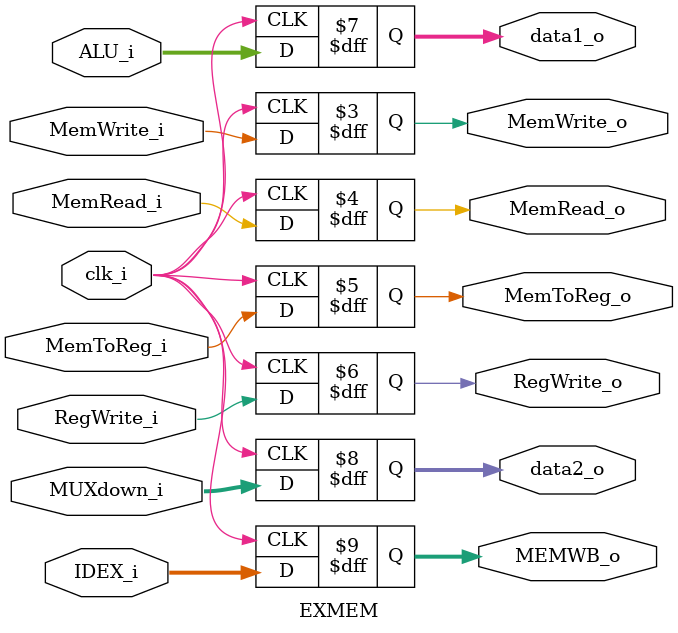
<source format=v>
module EXMEM (
    clk_i           ,
    MemToReg_i      ,
    RegWrite_i      ,
    MemRead_i       ,
    MemWrite_i      ,
    ALU_i           ,
    MUXdown_i       ,
    IDEX_i          ,
    MemToReg_o      ,
    RegWrite_o      ,
    data1_o         ,
    data2_o         ,
    MEMWB_o         ,
    MemWrite_o      ,
    MemRead_o          
);
input     clk_i;
input     MemWrite_i,MemRead_i;
input     [31:0]    ALU_i,MUXdown_i;
input     [4:0]     IDEX_i;

input     MemToReg_i, RegWrite_i;


output     MemWrite_o,MemRead_o,MemToReg_o,RegWrite_o;
output     [31:0]   data1_o,data2_o;
output     [4:0]    MEMWB_o;

reg     MemWrite_o,MemRead_o,MemToReg_o,RegWrite_o;
reg     [31:0]   data1_o,data2_o;
reg     [4:0]   MEMWB_o;

initial begin
    MemToReg_o  <= 1'd0;
    RegWrite_o  <= 1'd0;
    MemWrite_o  <= 1'd0;
    MemRead_o   <= 1'd0;
    data1_o     <= 32'd0;
    data2_o     <= 32'd0;
    MEMWB_o     <= 5'd0;
end

// always@(posedge clk_i & (MemToReg_i | RegWrite_i | MemRead_i | MemWrite_i | ALU_i | MUXdown_i | IDEX_i))
always @(posedge clk_i)
    begin
        MemToReg_o      <= MemToReg_i;
        RegWrite_o      <= RegWrite_i;
        MemWrite_o      <= MemWrite_i;
        MemRead_o       <= MemRead_i;
        data1_o         <= ALU_i;
        data2_o         <= MUXdown_i;
        MEMWB_o         <= IDEX_i;
    end
endmodule

</source>
